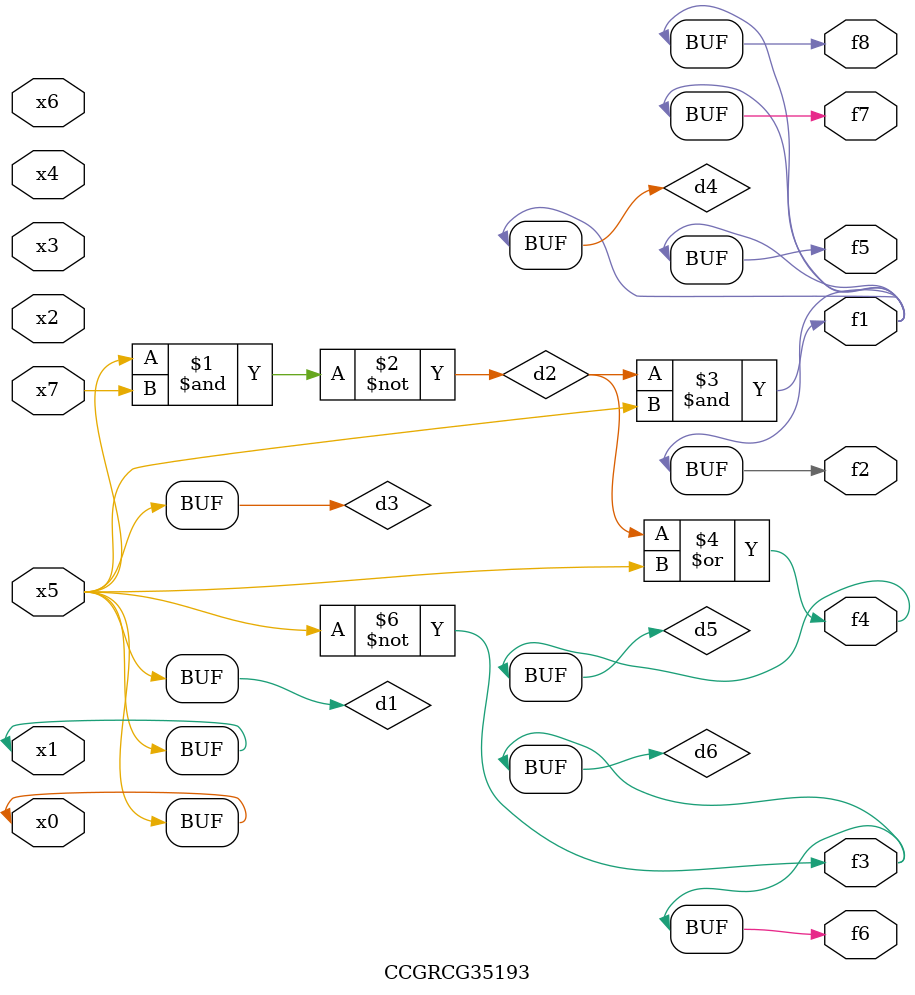
<source format=v>
module CCGRCG35193(
	input x0, x1, x2, x3, x4, x5, x6, x7,
	output f1, f2, f3, f4, f5, f6, f7, f8
);

	wire d1, d2, d3, d4, d5, d6;

	buf (d1, x0, x5);
	nand (d2, x5, x7);
	buf (d3, x0, x1);
	and (d4, d2, d3);
	or (d5, d2, d3);
	nor (d6, d1, d3);
	assign f1 = d4;
	assign f2 = d4;
	assign f3 = d6;
	assign f4 = d5;
	assign f5 = d4;
	assign f6 = d6;
	assign f7 = d4;
	assign f8 = d4;
endmodule

</source>
